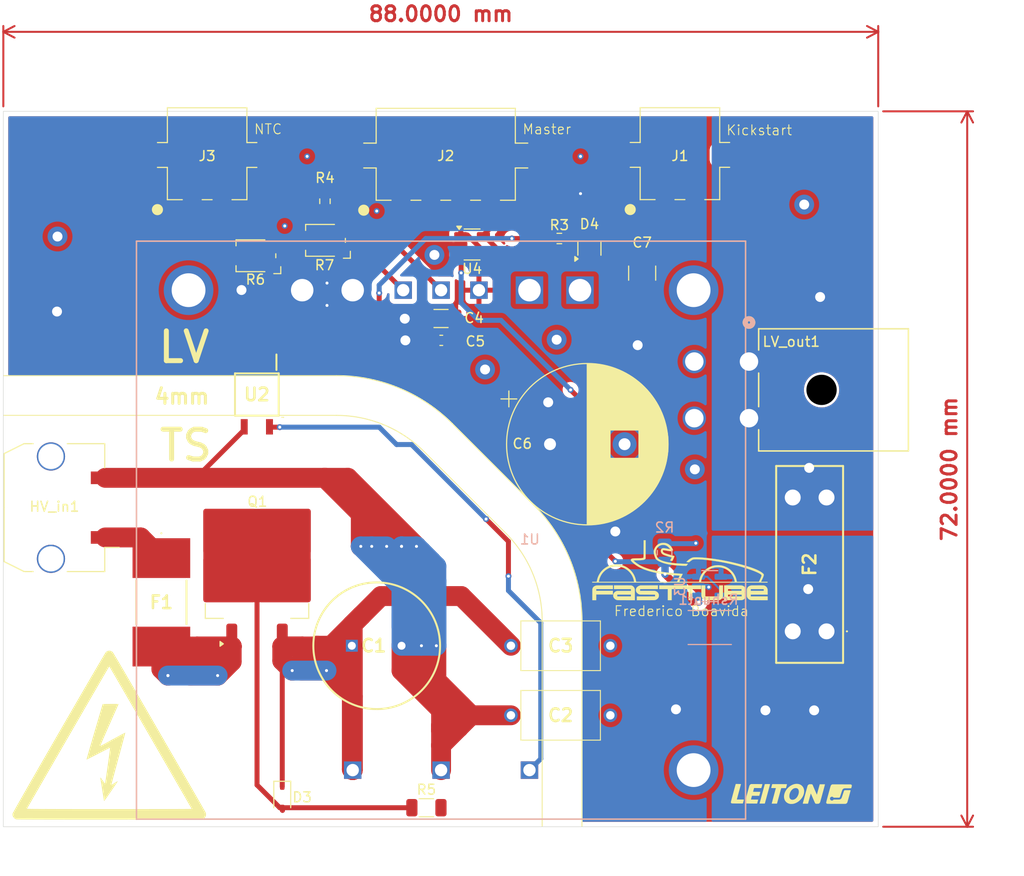
<source format=kicad_pcb>
(kicad_pcb
	(version 20240108)
	(generator "pcbnew")
	(generator_version "8.0")
	(general
		(thickness 1.6)
		(legacy_teardrops no)
	)
	(paper "A4")
	(layers
		(0 "F.Cu" power)
		(1 "In1.Cu" power "GND")
		(2 "In2.Cu" power "PWR")
		(31 "B.Cu" power)
		(32 "B.Adhes" user "B.Adhesive")
		(33 "F.Adhes" user "F.Adhesive")
		(34 "B.Paste" user)
		(35 "F.Paste" user)
		(36 "B.SilkS" user "B.Silkscreen")
		(37 "F.SilkS" user "F.Silkscreen")
		(38 "B.Mask" user)
		(39 "F.Mask" user)
		(40 "Dwgs.User" user "User.Drawings")
		(41 "Cmts.User" user "User.Comments")
		(42 "Eco1.User" user "User.Eco1")
		(43 "Eco2.User" user "User.Eco2")
		(44 "Edge.Cuts" user)
		(45 "Margin" user)
		(46 "B.CrtYd" user "B.Courtyard")
		(47 "F.CrtYd" user "F.Courtyard")
		(48 "B.Fab" user)
		(49 "F.Fab" user)
		(50 "User.1" user)
		(51 "User.2" user)
		(52 "User.3" user)
		(53 "User.4" user)
		(54 "User.5" user)
		(55 "User.6" user)
		(56 "User.7" user)
		(57 "User.8" user)
		(58 "User.9" user)
	)
	(setup
		(stackup
			(layer "F.SilkS"
				(type "Top Silk Screen")
			)
			(layer "F.Paste"
				(type "Top Solder Paste")
			)
			(layer "F.Mask"
				(type "Top Solder Mask")
				(thickness 0.01)
			)
			(layer "F.Cu"
				(type "copper")
				(thickness 0.035)
			)
			(layer "dielectric 1"
				(type "prepreg")
				(thickness 0.1)
				(material "FR4")
				(epsilon_r 4.5)
				(loss_tangent 0.02)
			)
			(layer "In1.Cu"
				(type "copper")
				(thickness 0.035)
			)
			(layer "dielectric 2"
				(type "core")
				(thickness 1.24)
				(material "FR4")
				(epsilon_r 4.5)
				(loss_tangent 0.02)
			)
			(layer "In2.Cu"
				(type "copper")
				(thickness 0.035)
			)
			(layer "dielectric 3"
				(type "prepreg")
				(thickness 0.1)
				(material "FR4")
				(epsilon_r 4.5)
				(loss_tangent 0.02)
			)
			(layer "B.Cu"
				(type "copper")
				(thickness 0.035)
			)
			(layer "B.Mask"
				(type "Bottom Solder Mask")
				(thickness 0.01)
			)
			(layer "B.Paste"
				(type "Bottom Solder Paste")
			)
			(layer "B.SilkS"
				(type "Bottom Silk Screen")
			)
			(copper_finish "None")
			(dielectric_constraints no)
		)
		(pad_to_mask_clearance 0)
		(allow_soldermask_bridges_in_footprints no)
		(pcbplotparams
			(layerselection 0x00010fc_ffffffff)
			(plot_on_all_layers_selection 0x0000000_00000000)
			(disableapertmacros no)
			(usegerberextensions no)
			(usegerberattributes yes)
			(usegerberadvancedattributes yes)
			(creategerberjobfile yes)
			(dashed_line_dash_ratio 12.000000)
			(dashed_line_gap_ratio 3.000000)
			(svgprecision 4)
			(plotframeref no)
			(viasonmask no)
			(mode 1)
			(useauxorigin no)
			(hpglpennumber 1)
			(hpglpenspeed 20)
			(hpglpendiameter 15.000000)
			(pdf_front_fp_property_popups yes)
			(pdf_back_fp_property_popups yes)
			(dxfpolygonmode yes)
			(dxfimperialunits yes)
			(dxfusepcbnewfont yes)
			(psnegative no)
			(psa4output no)
			(plotreference yes)
			(plotvalue yes)
			(plotfptext yes)
			(plotinvisibletext no)
			(sketchpadsonfab no)
			(subtractmaskfromsilk no)
			(outputformat 1)
			(mirror no)
			(drillshape 1)
			(scaleselection 1)
			(outputdirectory "")
		)
	)
	(net 0 "")
	(net 1 "Net-(HV_in1-HV-)")
	(net 2 "Net-(U1-+S)")
	(net 3 "GND")
	(net 4 "Net-(D4-Pad3)")
	(net 5 "Net-(HV_in1-HV+)")
	(net 6 "/LV_Cmeasure")
	(net 7 "Net-(R3-Pad2)")
	(net 8 "+3V3")
	(net 9 "/LV+")
	(net 10 "/3V_buttoncell")
	(net 11 "/TEMP_TSDCDC")
	(net 12 "Net-(LV_out1-Pin_1)")
	(net 13 "Net-(U1-CNT)")
	(net 14 "Net-(D3-K)")
	(net 15 "Net-(Q1-D)")
	(net 16 "/G")
	(net 17 "Net-(U4-+)")
	(net 18 "Net-(U1-TRM)")
	(net 19 "Net-(U3--)")
	(footprint "Capacitor_SMD:C_1210_3225Metric" (layer "F.Cu") (at 163.7 81.5 -90))
	(footprint "Resistor_SMD:R_0603_1608Metric" (layer "F.Cu") (at 155.370341 78.015823 180))
	(footprint "footprints:VY1471M29Y5UC63V0" (layer "F.Cu") (at 160.5 119 180))
	(footprint "FaSTTUBe_connectors:Micro_Mate-N-Lok_2p_horizontal" (layer "F.Cu") (at 167.5 69.6 180))
	(footprint "Potentiometer_SMD:Potentiometer_Bourns_TC33X_Vertical" (layer "F.Cu") (at 131.75 78.2 180))
	(footprint "footprints:CAPPRD500W60D1275H2200" (layer "F.Cu") (at 134.5 119))
	(footprint "FaSTTUBe_logos:FTLogo_small" (layer "F.Cu") (at 167.5 111.4))
	(footprint "Capacitor_SMD:C_1206_3216Metric" (layer "F.Cu") (at 143.470341 86.065823))
	(footprint "footprints:VY1471M29Y5UC63V0" (layer "F.Cu") (at 150.5 126))
	(footprint "Capacitor_SMD:C_0603_1608Metric" (layer "F.Cu") (at 143.495341 88.265823))
	(footprint "Diode_SMD:D_SOD-323" (layer "F.Cu") (at 127.5 134.25 -90))
	(footprint "Capacitor_THT:CP_Radial_D16.0mm_P7.50mm" (layer "F.Cu") (at 154.432587 98.715823))
	(footprint "Resistor_SMD:R_0603_1608Metric" (layer "F.Cu") (at 131.795341 74.265823 -90))
	(footprint "FaSTTUBe_connectors:Micro_Mate-N-Lok_2p_horizontal" (layer "F.Cu") (at 119.945341 69.608323 180))
	(footprint "footprints:0ACG5000TE" (layer "F.Cu") (at 115.342043 114.63101 -90))
	(footprint "Package_TO_SOT_SMD:SOT-323_SC-70" (layer "F.Cu") (at 158.395341 79.015823 90))
	(footprint "Connector_Molex:Molex_Micro-Fit_3.0_43650-0310_1x03-1MP_P3.00mm_Horizontal_PnP" (layer "F.Cu") (at 104.585 105.1 90))
	(footprint "Resistor_SMD:R_1206_3216Metric" (layer "F.Cu") (at 142 135.3))
	(footprint "FaSTTUBe_logos:HV-Warning" (layer "F.Cu") (at 110.1 128))
	(footprint "footprints:SOP254P700X210-4N" (layer "F.Cu") (at 124.945341 93.715823 -90))
	(footprint "Potentiometer_SMD:Potentiometer_Bourns_TC33X_Vertical"
		(layer "F.Cu")
		(uuid "b01cf478-92a1-4341-ac31-c4b4456c09d5")
		(at 124.75 79.75 180)
		(descr "Potentiometer, Bourns, TC33X, Vertical, https://www.bourns.com/pdfs/TC33.pdf")
		(tags "Potentiometer Bourns TC33X Vertical")
		(property "Reference" "R6"
			(at -0.05 -2.4 0)
			(layer "F.SilkS")
			(uuid "183537b1-87d2-486c-a672-7654754bc1dd")
			(effects
				(font
					(size 1 1)
					(thickness 0.15)
				)
			)
		)
		(property "Value" "100k"
			(at 0 2.5 0)
			(layer "F.Fab")
			(uuid "d10feaee-c6ce-4f5b-8d12-249b703517c6")
			(effects
				(font
					(size 1 1)
					(thickness 0.15)
				)
			)
		)
		(property "Footprint" "Potentiometer_SMD:Potentiometer_Bourns_TC33X_Vertical"
			(at 0 0 180)
			(unlocked yes)
			(layer "F.Fab")
			(hide yes)
			(uuid "87f64089-8966-4db0-b831-a11cf8d21ce0")
			(effects
				(font
					(size 1.27 1.27)
					(thic
... [404170 chars truncated]
</source>
